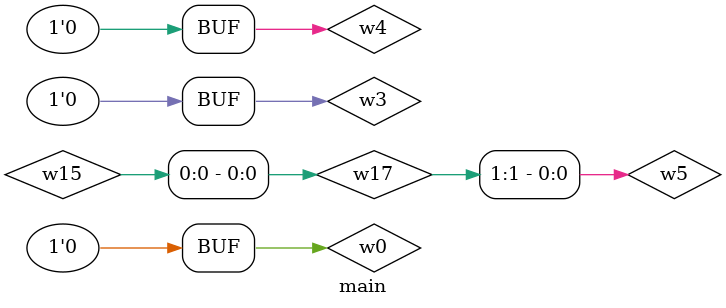
<source format=v>

`timescale 1ns/1ns

module main;    //: root_module
reg w6;    //: /sn:0 {0}(336,226)(336,171){1}
//: {2}(338,169)(471,169){3}
//: {4}(475,169)(630,169)(630,229){5}
//: {6}(473,171)(473,226){7}
//: {8}(334,169)(178,169){9}
supply0 w4;    //: /sn:0 {0}(661,215)(661,212)(640,212)(640,229){1}
supply0 w0;    //: /sn:0 {0}(346,226)(346,200)(362,200)(362,210){1}
supply0 w3;    //: /sn:0 {0}(499,211)(499,207)(483,207)(483,226){1}
wire w7;    //: /sn:0 {0}(494,247)(504,247){1}
wire w16;    //: /sn:0 {0}(435,235)(446,235)(446,242)(462,242){1}
wire w15;    //: /sn:0 {0}(458,122)(458,139)(380,139)(380,235){1}
//: {2}(382,237)(414,237){3}
//: {4}(378,237)(357,237){5}
//: {6}(380,239)(380,272)(534,272){7}
wire w19;    //: /sn:0 {0}(555,270)(564,270)(564,247)(574,247){1}
wire w1;    //: /sn:0 {0}(357,247)(367,247)(367,277)(312,277)(312,242)(325,242){1}
wire [2:0] w17;    //: /sn:0 {0}(#:448,116)(448,91){1}
wire w2;    //: /sn:0 {0}(175,344)(339,344){1}
//: {2}(343,344)(476,344){3}
//: {4}(480,344)(635,344)(635,261){5}
//: {6}(478,342)(478,258){7}
//: {8}(341,342)(341,258){9}
wire w11;    //: /sn:0 {0}(438,122)(438,152)(677,152)(677,188){1}
//: {2}(675,190)(564,190)(564,242)(574,242){3}
//: {4}(677,192)(677,240)(651,240){5}
wire w12;    //: /sn:0 {0}(595,245)(619,245){1}
wire w13;    //: /sn:0 {0}(651,250)(661,250){1}
wire w5;    //: /sn:0 {0}(494,237)(518,237){1}
//: {2}(520,235)(520,194){3}
//: {4}(520,190)(520,133)(448,133)(448,122){5}
//: {6}(518,192)(404,192)(404,232)(414,232){7}
//: {8}(520,239)(520,267)(534,267){9}
//: enddecls

  _GGCLOCK_P100_0_50 g4 (.Z(w2));   //: @(162,344) /sn:0 /w:[ 0 ] /omega:100 /phi:0 /duty:50
  //: GROUND g8 (w3) @(499,217) /sn:0 /w:[ 0 ]
  //: LED g13 (w17) @(448,84) /sn:0 /w:[ 1 ] /type:1
  //: GROUND g3 (w0) @(362,216) /sn:0 /w:[ 1 ]
  _GGFF #(10, 10, 20) g2 (.Q(w11), ._Q(w13), .D(w12), .EN(w4), .CLR(w6), .CK(w2));   //: @(635,245) /sn:0 /w:[ 5 0 1 1 5 5 ] /mi:0
  _GGFF #(10, 10, 20) g1 (.Q(w5), ._Q(w7), .D(w16), .EN(w3), .CLR(w6), .CK(w2));   //: @(478,242) /sn:0 /w:[ 0 0 1 1 7 7 ] /mi:0
  //: joint g11 (w2) @(341, 344) /w:[ 2 8 1 -1 ]
  //: joint g16 (w5) @(520, 192) /w:[ -1 4 6 3 ]
  _GGAND2 #(6) g19 (.I0(w5), .I1(w15), .Z(w19));   //: @(545,270) /sn:0 /w:[ 9 7 0 ] /eb:0
  //: joint g6 (w6) @(336, 169) /w:[ 2 -1 8 1 ]
  //: joint g7 (w6) @(473, 169) /w:[ 4 -1 3 6 ]
  //: GROUND g9 (w4) @(661,221) /sn:0 /w:[ 0 ]
  _GGXOR2 #(8) g15 (.I0(w5), .I1(w15), .Z(w16));   //: @(425,235) /sn:0 /w:[ 7 3 0 ] /eb:0
  //: joint g20 (w5) @(520, 237) /w:[ -1 2 1 8 ]
  //: comment g39 @(20,12) /sn:0
  //: /line:"<a href=\"../index.v\">[BACK]</a>"
  //: /end
  //: joint g17 (w15) @(380, 237) /w:[ 2 1 4 6 ]
  //: SWITCH g5 (w6) @(161,169) /sn:0 /w:[ 9 ] /st:1 /dn:0
  assign w17 = {w11, w5, w15}; //: CONCAT g14  @(448,117) /sn:0 /R:1 /w:[ 0 0 5 0 ] /dr:0 /tp:0 /drp:1
  //: joint g21 (w11) @(677, 190) /w:[ -1 1 2 4 ]
  _GGFF #(10, 10, 20) g0 (.Q(w15), ._Q(w1), .D(w1), .EN(w0), .CLR(w6), .CK(w2));   //: @(341,242) /sn:0 /w:[ 5 0 1 0 0 9 ] /mi:0
  //: joint g12 (w2) @(478, 344) /w:[ 4 6 3 -1 ]
  _GGXOR2 #(8) g18 (.I0(w11), .I1(w19), .Z(w12));   //: @(585,245) /sn:0 /w:[ 3 1 0 ] /eb:0

endmodule
//: /netlistEnd


</source>
